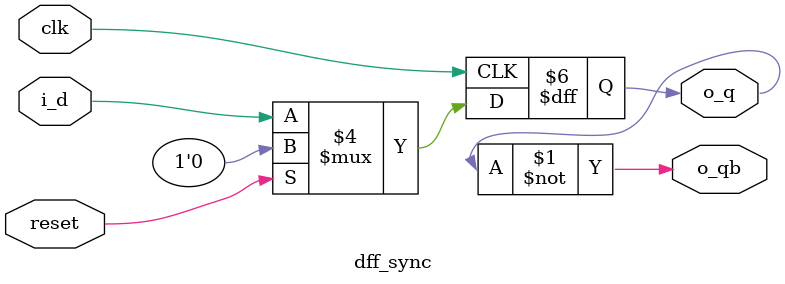
<source format=v>
module dff_sync (
                 i_d    ,  //input
                 clk    ,  //clock
                 reset  ,  //reset
                 o_q    ,  //output
                 o_qb      //output complement
                 )      ;

//port declaration
input i_d, clk, reset   ;
output o_q, o_qb        ; 
reg o_q                 ;

assign o_qb = ~o_q      ;  //assigning qb to be complement of q

always @ (posedge clk)     //sensitivity list as positive edge of clock
   begin
      if (reset)           
         o_q <= 1'b0    ;  //if reset is 1 then assigning q to be 0
      else                 
         o_q <= i_d     ;  //else assign q to the input  
   end

endmodule                  //d flip-flop 

</source>
